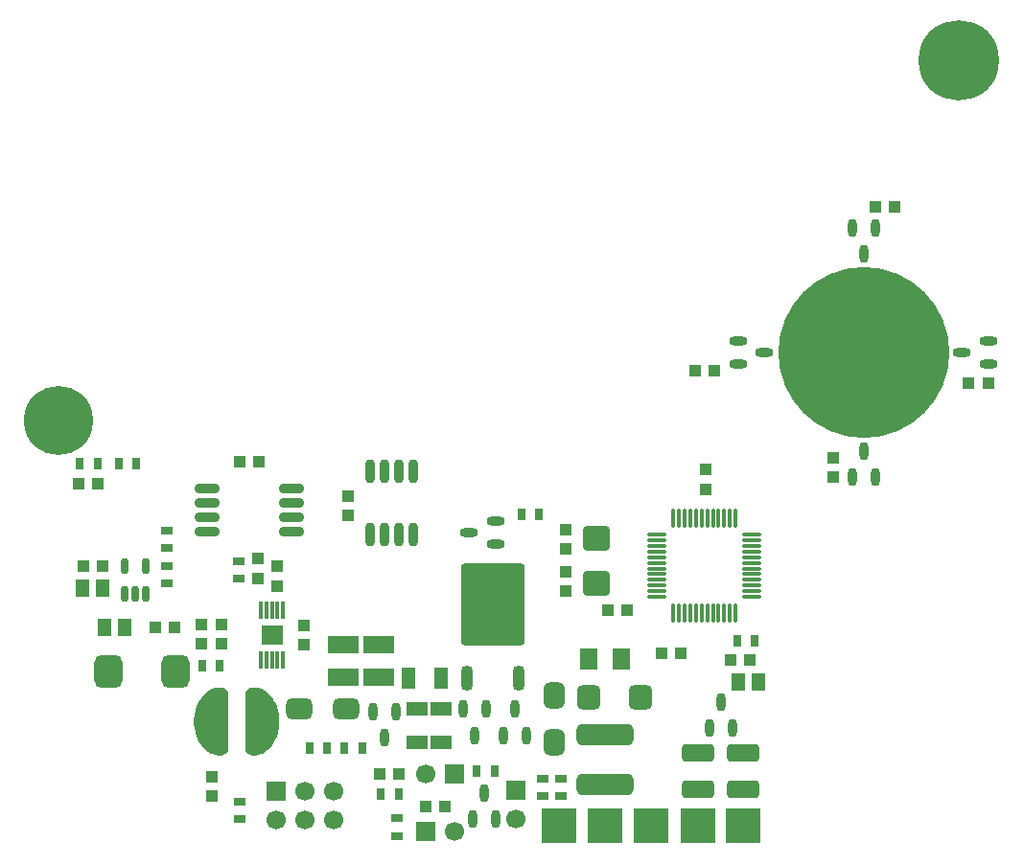
<source format=gts>
G04 Layer_Color=8388736*
%FSLAX24Y24*%
%MOIN*%
G70*
G01*
G75*
%ADD65R,0.0433X0.0394*%
%ADD66R,0.0492X0.0610*%
%ADD67R,0.0394X0.0315*%
%ADD68R,0.0394X0.0433*%
G04:AMPARAMS|DCode=69|XSize=94.5mil|YSize=86.6mil|CornerRadius=14.4mil|HoleSize=0mil|Usage=FLASHONLY|Rotation=0.000|XOffset=0mil|YOffset=0mil|HoleType=Round|Shape=RoundedRectangle|*
%AMROUNDEDRECTD69*
21,1,0.0945,0.0579,0,0,0.0*
21,1,0.0657,0.0866,0,0,0.0*
1,1,0.0287,0.0329,-0.0289*
1,1,0.0287,-0.0329,-0.0289*
1,1,0.0287,-0.0329,0.0289*
1,1,0.0287,0.0329,0.0289*
%
%ADD69ROUNDEDRECTD69*%
G04:AMPARAMS|DCode=70|XSize=90.6mil|YSize=72.8mil|CornerRadius=19.2mil|HoleSize=0mil|Usage=FLASHONLY|Rotation=90.000|XOffset=0mil|YOffset=0mil|HoleType=Round|Shape=RoundedRectangle|*
%AMROUNDEDRECTD70*
21,1,0.0906,0.0344,0,0,90.0*
21,1,0.0522,0.0728,0,0,90.0*
1,1,0.0384,0.0172,0.0261*
1,1,0.0384,0.0172,-0.0261*
1,1,0.0384,-0.0172,-0.0261*
1,1,0.0384,-0.0172,0.0261*
%
%ADD70ROUNDEDRECTD70*%
G04:AMPARAMS|DCode=71|XSize=198.8mil|YSize=74.8mil|CornerRadius=19.7mil|HoleSize=0mil|Usage=FLASHONLY|Rotation=180.000|XOffset=0mil|YOffset=0mil|HoleType=Round|Shape=RoundedRectangle|*
%AMROUNDEDRECTD71*
21,1,0.1988,0.0354,0,0,180.0*
21,1,0.1594,0.0748,0,0,180.0*
1,1,0.0394,-0.0797,0.0177*
1,1,0.0394,0.0797,0.0177*
1,1,0.0394,0.0797,-0.0177*
1,1,0.0394,-0.0797,-0.0177*
%
%ADD71ROUNDEDRECTD71*%
G04:AMPARAMS|DCode=72|XSize=283.5mil|YSize=222.4mil|CornerRadius=12.9mil|HoleSize=0mil|Usage=FLASHONLY|Rotation=90.000|XOffset=0mil|YOffset=0mil|HoleType=Round|Shape=RoundedRectangle|*
%AMROUNDEDRECTD72*
21,1,0.2835,0.1967,0,0,90.0*
21,1,0.2577,0.2224,0,0,90.0*
1,1,0.0258,0.0983,0.1288*
1,1,0.0258,0.0983,-0.1288*
1,1,0.0258,-0.0983,-0.1288*
1,1,0.0258,-0.0983,0.1288*
%
%ADD72ROUNDEDRECTD72*%
%ADD73O,0.0433X0.0886*%
%ADD74R,0.0591X0.0748*%
%ADD75R,0.0728X0.0453*%
%ADD76O,0.0320X0.0630*%
G04:AMPARAMS|DCode=77|XSize=86.6mil|YSize=82.7mil|CornerRadius=21.7mil|HoleSize=0mil|Usage=FLASHONLY|Rotation=270.000|XOffset=0mil|YOffset=0mil|HoleType=Round|Shape=RoundedRectangle|*
%AMROUNDEDRECTD77*
21,1,0.0866,0.0394,0,0,270.0*
21,1,0.0433,0.0827,0,0,270.0*
1,1,0.0433,-0.0197,-0.0217*
1,1,0.0433,-0.0197,0.0217*
1,1,0.0433,0.0197,0.0217*
1,1,0.0433,0.0197,-0.0217*
%
%ADD77ROUNDEDRECTD77*%
%ADD78R,0.0453X0.0728*%
%ADD79R,0.0827X0.0827*%
%ADD80R,0.0768X0.0650*%
%ADD81O,0.0157X0.0610*%
G04:AMPARAMS|DCode=82|XSize=98.4mil|YSize=114.2mil|CornerRadius=25.6mil|HoleSize=0mil|Usage=FLASHONLY|Rotation=180.000|XOffset=0mil|YOffset=0mil|HoleType=Round|Shape=RoundedRectangle|*
%AMROUNDEDRECTD82*
21,1,0.0984,0.0630,0,0,180.0*
21,1,0.0472,0.1142,0,0,180.0*
1,1,0.0512,-0.0236,0.0315*
1,1,0.0512,0.0236,0.0315*
1,1,0.0512,0.0236,-0.0315*
1,1,0.0512,-0.0236,-0.0315*
%
%ADD82ROUNDEDRECTD82*%
G04:AMPARAMS|DCode=83|XSize=90.6mil|YSize=72.8mil|CornerRadius=19.2mil|HoleSize=0mil|Usage=FLASHONLY|Rotation=180.000|XOffset=0mil|YOffset=0mil|HoleType=Round|Shape=RoundedRectangle|*
%AMROUNDEDRECTD83*
21,1,0.0906,0.0344,0,0,180.0*
21,1,0.0522,0.0728,0,0,180.0*
1,1,0.0384,-0.0261,0.0172*
1,1,0.0384,0.0261,0.0172*
1,1,0.0384,0.0261,-0.0172*
1,1,0.0384,-0.0261,-0.0172*
%
%ADD83ROUNDEDRECTD83*%
%ADD84R,0.0315X0.0394*%
%ADD85R,0.1102X0.0610*%
%ADD86O,0.0276X0.0571*%
%ADD87O,0.0157X0.0669*%
%ADD88O,0.0669X0.0157*%
%ADD89O,0.0630X0.0320*%
%ADD90O,0.0889X0.0335*%
%ADD91O,0.0335X0.0839*%
G04:AMPARAMS|DCode=92|XSize=114.2mil|YSize=63mil|CornerRadius=16.7mil|HoleSize=0mil|Usage=FLASHONLY|Rotation=0.000|XOffset=0mil|YOffset=0mil|HoleType=Round|Shape=RoundedRectangle|*
%AMROUNDEDRECTD92*
21,1,0.1142,0.0295,0,0,0.0*
21,1,0.0807,0.0630,0,0,0.0*
1,1,0.0335,0.0404,-0.0148*
1,1,0.0335,-0.0404,-0.0148*
1,1,0.0335,-0.0404,0.0148*
1,1,0.0335,0.0404,0.0148*
%
%ADD92ROUNDEDRECTD92*%
%ADD93C,0.0669*%
%ADD94R,0.0669X0.0669*%
%ADD95R,0.0669X0.0669*%
%ADD96R,0.1220X0.1220*%
%ADD97C,0.2402*%
%ADD98C,0.5945*%
%ADD99C,0.2795*%
G36*
X19236Y16272D02*
X19239Y16273D01*
X19306Y16262D01*
X19312Y16259D01*
X19319Y16258D01*
X19379Y16228D01*
X19384Y16222D01*
X19390Y16220D01*
X19438Y16172D01*
X19441Y16165D01*
X19446Y16161D01*
X19477Y16100D01*
X19477Y16093D01*
X19481Y16087D01*
X19492Y16021D01*
X19491Y16017D01*
X19492Y16014D01*
Y14163D01*
X19491Y14160D01*
X19492Y14157D01*
X19481Y14090D01*
X19477Y14084D01*
X19477Y14077D01*
X19446Y14016D01*
X19441Y14012D01*
X19438Y14006D01*
X19390Y13958D01*
X19384Y13955D01*
X19379Y13950D01*
X19319Y13919D01*
X19312Y13918D01*
X19306Y13915D01*
X19239Y13904D01*
X19236Y13905D01*
X19232Y13904D01*
X19172D01*
X19170Y13904D01*
X19168Y13904D01*
X19048Y13916D01*
X19044Y13918D01*
X19040Y13917D01*
X18924Y13952D01*
X18921Y13955D01*
X18916Y13956D01*
X18810Y14012D01*
X18807Y14016D01*
X18803Y14017D01*
X18710Y14094D01*
X18709Y14096D01*
X18706Y14096D01*
X18676Y14127D01*
X18676Y14128D01*
X18674Y14129D01*
X18563Y14257D01*
X18562Y14260D01*
X18559Y14262D01*
X18466Y14404D01*
X18465Y14407D01*
X18463Y14409D01*
X18390Y14563D01*
X18390Y14564D01*
X18389Y14566D01*
X18388Y14569D01*
X18388Y14570D01*
X18387Y14571D01*
X18342Y14712D01*
X18342Y14715D01*
X18340Y14717D01*
X18313Y14862D01*
X18314Y14864D01*
X18312Y14867D01*
X18303Y15014D01*
X18304Y15015D01*
X18303Y15017D01*
X18303Y15148D01*
X18304Y15149D01*
X18303Y15150D01*
X18313Y15306D01*
X18314Y15308D01*
X18314Y15311D01*
X18343Y15464D01*
X18344Y15467D01*
X18344Y15469D01*
X18392Y15618D01*
X18392Y15618D01*
X18392Y15620D01*
X18392Y15620D01*
X18394Y15622D01*
X18394Y15623D01*
X18464Y15771D01*
X18466Y15773D01*
X18467Y15776D01*
X18556Y15913D01*
X18559Y15915D01*
X18560Y15918D01*
X18667Y16041D01*
X18669Y16042D01*
X18669Y16044D01*
X18713Y16087D01*
X18715Y16088D01*
X18716Y16090D01*
X18806Y16164D01*
X18810Y16165D01*
X18813Y16168D01*
X18916Y16223D01*
X18920Y16224D01*
X18923Y16226D01*
X19035Y16260D01*
X19039Y16260D01*
X19043Y16262D01*
X19159Y16273D01*
X19161Y16273D01*
X19164Y16274D01*
X19232D01*
X19236Y16272D01*
D02*
G37*
G36*
X20397Y16273D02*
X20399Y16273D01*
X20519Y16262D01*
X20523Y16259D01*
X20527Y16260D01*
X20643Y16225D01*
X20646Y16222D01*
X20651Y16222D01*
X20757Y16165D01*
X20760Y16161D01*
X20764Y16160D01*
X20857Y16084D01*
X20858Y16082D01*
X20860Y16081D01*
X20891Y16051D01*
X20891Y16049D01*
X20893Y16048D01*
X21004Y15920D01*
X21005Y15917D01*
X21008Y15915D01*
X21101Y15773D01*
X21102Y15770D01*
X21104Y15768D01*
X21177Y15614D01*
X21177Y15613D01*
X21178Y15612D01*
X21179Y15608D01*
X21179Y15607D01*
X21180Y15606D01*
X21225Y15465D01*
X21225Y15463D01*
X21227Y15460D01*
X21254Y15316D01*
X21253Y15313D01*
X21255Y15310D01*
X21264Y15163D01*
X21263Y15162D01*
X21264Y15161D01*
X21264Y15029D01*
X21263Y15028D01*
X21264Y15027D01*
X21254Y14871D01*
X21253Y14869D01*
X21253Y14866D01*
X21224Y14713D01*
X21223Y14711D01*
X21223Y14708D01*
X21175Y14560D01*
X21175Y14559D01*
X21175Y14557D01*
X21174Y14557D01*
X21173Y14556D01*
X21173Y14554D01*
X21103Y14406D01*
X21101Y14404D01*
X21100Y14401D01*
X21011Y14264D01*
X21008Y14262D01*
X21007Y14259D01*
X20900Y14136D01*
X20898Y14135D01*
X20898Y14134D01*
X20854Y14090D01*
X20852Y14090D01*
X20851Y14088D01*
X20761Y14014D01*
X20757Y14012D01*
X20754Y14009D01*
X20651Y13954D01*
X20647Y13953D01*
X20643Y13951D01*
X20532Y13917D01*
X20527Y13917D01*
X20524Y13915D01*
X20408Y13904D01*
X20405Y13904D01*
X20403Y13904D01*
X20335D01*
X20331Y13905D01*
X20328Y13904D01*
X20261Y13915D01*
X20255Y13918D01*
X20248Y13919D01*
X20188Y13950D01*
X20183Y13955D01*
X20177Y13958D01*
X20129Y14006D01*
X20126Y14012D01*
X20121Y14016D01*
X20090Y14077D01*
X20090Y14084D01*
X20086Y14090D01*
X20075Y14157D01*
X20076Y14160D01*
X20075Y14163D01*
Y16014D01*
X20076Y16017D01*
X20075Y16021D01*
X20086Y16087D01*
X20090Y16093D01*
X20090Y16100D01*
X20121Y16161D01*
X20126Y16165D01*
X20129Y16172D01*
X20177Y16220D01*
X20183Y16222D01*
X20188Y16228D01*
X20248Y16258D01*
X20255Y16259D01*
X20261Y16262D01*
X20328Y16273D01*
X20331Y16272D01*
X20335Y16274D01*
X20395D01*
X20397Y16273D01*
D02*
G37*
D65*
X36949Y17234D02*
D03*
X37618D02*
D03*
X14459Y20502D02*
D03*
X15128D02*
D03*
X17618Y18356D02*
D03*
X16949D02*
D03*
X33366Y18976D02*
D03*
X32697D02*
D03*
X34547Y17451D02*
D03*
X35217D02*
D03*
X14941Y23366D02*
D03*
X14272D02*
D03*
X19882Y24144D02*
D03*
X20551D02*
D03*
X45906Y26850D02*
D03*
X45236D02*
D03*
X41988Y33012D02*
D03*
X42657D02*
D03*
X36398Y27313D02*
D03*
X35728D02*
D03*
X25413Y13248D02*
D03*
X24744D02*
D03*
X26339Y12136D02*
D03*
X27008D02*
D03*
D66*
X37205Y16467D02*
D03*
X37913D02*
D03*
X15128Y19734D02*
D03*
X14419D02*
D03*
X15886Y18356D02*
D03*
X15177D02*
D03*
D67*
X30404Y13110D02*
D03*
Y12500D02*
D03*
X31043Y13110D02*
D03*
Y12500D02*
D03*
X19862Y20069D02*
D03*
Y20679D02*
D03*
X17343Y21732D02*
D03*
Y21122D02*
D03*
Y20502D02*
D03*
Y19892D02*
D03*
X19872Y12293D02*
D03*
Y11683D02*
D03*
X25364Y11722D02*
D03*
Y11112D02*
D03*
D68*
X23661Y22274D02*
D03*
Y22943D02*
D03*
X31210Y19626D02*
D03*
Y20295D02*
D03*
X31211Y21762D02*
D03*
Y21093D02*
D03*
X22136Y18445D02*
D03*
Y17776D02*
D03*
X18917Y12510D02*
D03*
Y13179D02*
D03*
X21201Y20482D02*
D03*
Y19813D02*
D03*
X20531Y20748D02*
D03*
Y20079D02*
D03*
X19242Y18455D02*
D03*
Y17785D02*
D03*
X18563Y18455D02*
D03*
Y17785D02*
D03*
X36093Y23179D02*
D03*
Y23848D02*
D03*
X40512Y23593D02*
D03*
Y24262D02*
D03*
D69*
X32303Y19892D02*
D03*
Y21467D02*
D03*
D70*
X30827Y14380D02*
D03*
Y15994D02*
D03*
D71*
X32579Y12913D02*
D03*
Y14646D02*
D03*
D72*
X28701Y19163D02*
D03*
D73*
X27803Y16604D02*
D03*
X29598D02*
D03*
D74*
X33159Y17274D02*
D03*
X32018D02*
D03*
D75*
X26900Y14380D02*
D03*
Y15522D02*
D03*
X26043Y14380D02*
D03*
Y15522D02*
D03*
D76*
X29445Y15521D02*
D03*
X29845Y14611D02*
D03*
X29045D02*
D03*
X28045D02*
D03*
X27645Y15521D02*
D03*
X28445D02*
D03*
X24915Y14523D02*
D03*
X24515Y15433D02*
D03*
X25315D02*
D03*
X28372Y12598D02*
D03*
X28772Y11688D02*
D03*
X27972D02*
D03*
X41598Y31359D02*
D03*
X41198Y32269D02*
D03*
X41998D02*
D03*
X41591Y24508D02*
D03*
X41991Y23598D02*
D03*
X41191D02*
D03*
X36611Y15767D02*
D03*
X37011Y14857D02*
D03*
X36211D02*
D03*
D77*
X33829Y15945D02*
D03*
X32018D02*
D03*
D78*
X26880Y16604D02*
D03*
X25738D02*
D03*
D79*
X18898Y15089D02*
D03*
X20669D02*
D03*
D80*
X21004Y18110D02*
D03*
D81*
X21398Y17244D02*
D03*
X21201D02*
D03*
X21004D02*
D03*
X20807D02*
D03*
X20610D02*
D03*
Y18976D02*
D03*
X20807D02*
D03*
X21004D02*
D03*
X21201D02*
D03*
X21398D02*
D03*
D82*
X17666Y16821D02*
D03*
X15306D02*
D03*
D83*
X23583Y15531D02*
D03*
X21969D02*
D03*
D84*
X22323Y14163D02*
D03*
X22933D02*
D03*
X19201Y17026D02*
D03*
X18591D02*
D03*
X23534Y14163D02*
D03*
X24144D02*
D03*
X28130Y13376D02*
D03*
X28740D02*
D03*
X37185Y17904D02*
D03*
X37795D02*
D03*
X16289Y24055D02*
D03*
X15679D02*
D03*
X29675Y22313D02*
D03*
X30285D02*
D03*
X14941Y24055D02*
D03*
X14331D02*
D03*
X24794Y12579D02*
D03*
X25404D02*
D03*
D85*
X23494Y17756D02*
D03*
Y16614D02*
D03*
X24724Y17756D02*
D03*
Y16614D02*
D03*
D86*
X16634Y19518D02*
D03*
Y20502D02*
D03*
X15886Y19518D02*
D03*
Y20502D02*
D03*
X16260Y19518D02*
D03*
D87*
X34961Y18858D02*
D03*
X35157D02*
D03*
X35354D02*
D03*
X35551D02*
D03*
X35748D02*
D03*
X35945D02*
D03*
X36142D02*
D03*
X36339D02*
D03*
X36535D02*
D03*
X36732D02*
D03*
Y22165D02*
D03*
X36535D02*
D03*
X36339D02*
D03*
X36142D02*
D03*
X35945D02*
D03*
X35748D02*
D03*
X35551D02*
D03*
X35354D02*
D03*
X35157D02*
D03*
X34961D02*
D03*
X36929Y18858D02*
D03*
X37126D02*
D03*
Y22165D02*
D03*
X36929D02*
D03*
D88*
X37697Y19429D02*
D03*
Y19626D02*
D03*
Y19823D02*
D03*
Y20020D02*
D03*
Y20217D02*
D03*
Y20807D02*
D03*
Y21004D02*
D03*
Y21201D02*
D03*
Y21398D02*
D03*
Y21594D02*
D03*
Y20413D02*
D03*
Y20610D02*
D03*
X34390Y20217D02*
D03*
Y20020D02*
D03*
Y19823D02*
D03*
Y19626D02*
D03*
Y19429D02*
D03*
Y21594D02*
D03*
Y21398D02*
D03*
Y21201D02*
D03*
Y21004D02*
D03*
Y20807D02*
D03*
Y20610D02*
D03*
Y20413D02*
D03*
D89*
X27865Y21670D02*
D03*
X28775Y22070D02*
D03*
Y21270D02*
D03*
X45000Y27920D02*
D03*
X45910Y28320D02*
D03*
Y27520D02*
D03*
X38120Y27920D02*
D03*
X37210Y27520D02*
D03*
Y28320D02*
D03*
D90*
X21690Y22199D02*
D03*
X18740D02*
D03*
X21690Y23199D02*
D03*
Y22699D02*
D03*
Y21699D02*
D03*
X18740Y23199D02*
D03*
Y22699D02*
D03*
Y21699D02*
D03*
D91*
X24429Y21594D02*
D03*
X24929D02*
D03*
Y23794D02*
D03*
X24429D02*
D03*
X25929Y21594D02*
D03*
Y23794D02*
D03*
X25429Y21594D02*
D03*
Y23794D02*
D03*
D92*
X35807Y12746D02*
D03*
Y14006D02*
D03*
X37402Y12746D02*
D03*
Y14006D02*
D03*
D93*
X26362Y13248D02*
D03*
X27339Y11250D02*
D03*
X29478Y11697D02*
D03*
X23152Y11677D02*
D03*
Y12677D02*
D03*
X22152Y11677D02*
D03*
X21152D02*
D03*
X22152Y12677D02*
D03*
D94*
X27362Y13248D02*
D03*
X26339Y11250D02*
D03*
X21152Y12677D02*
D03*
D95*
X29478Y12697D02*
D03*
D96*
X30984Y11457D02*
D03*
X32579D02*
D03*
X34203D02*
D03*
X35807D02*
D03*
X37402D02*
D03*
D97*
X13602Y25576D02*
D03*
D98*
X41575Y27943D02*
D03*
D99*
X44900Y38100D02*
D03*
M02*

</source>
